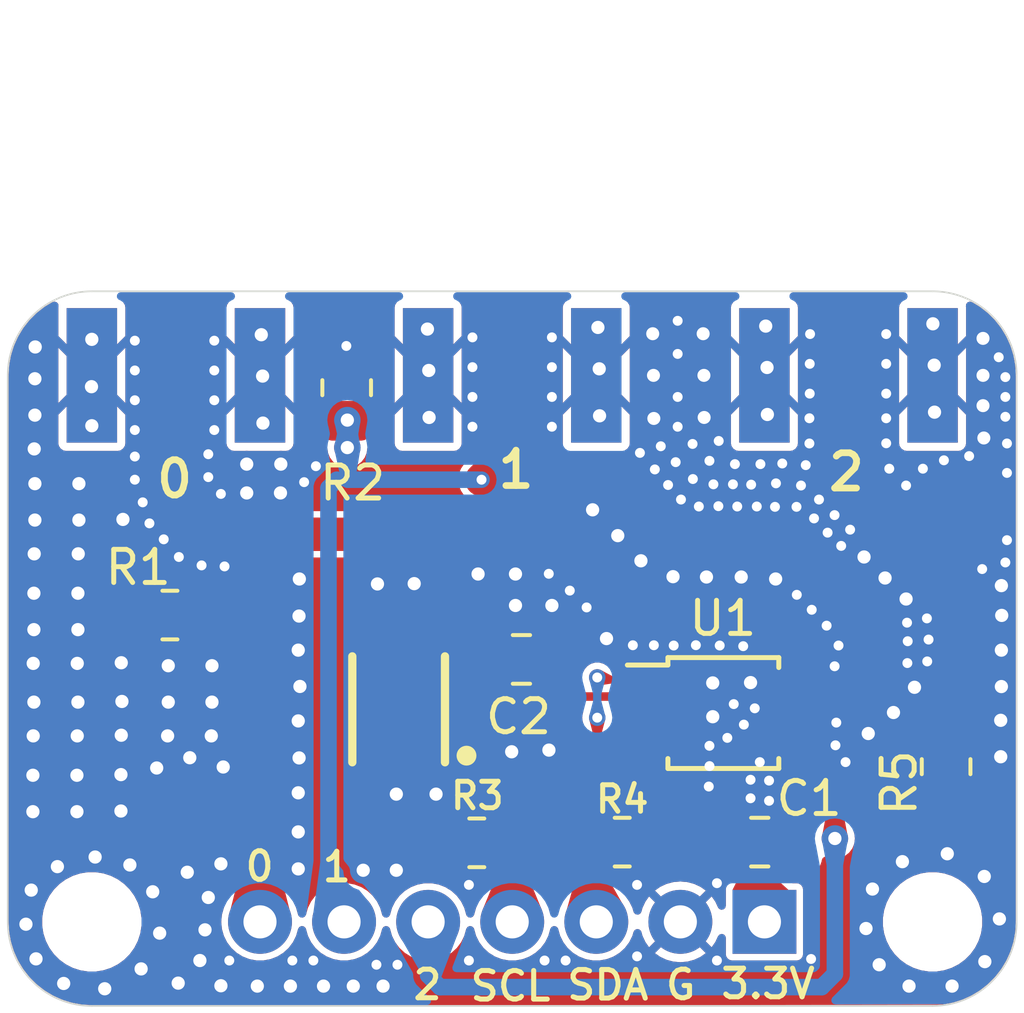
<source format=kicad_pcb>
(kicad_pcb (version 20240225) (generator "pcbnew") (generator_version "8.99")
  (layers (0 "F.Cu" signal) (31 "B.Cu" signal) (34 "B.Paste" user) (35 "F.Paste" user) (36 "B.SilkS" user "B.Silkscreen") (37 "F.SilkS" user "F.Silkscreen") (38 "B.Mask" user) (39 "F.Mask" user) (44 "Edge.Cuts" user))
  (net 0 "")
  (net 1 "Net-(U1-XA)")
  (net 2 "GND")
  (net 3 "/SDA_3V")
  (net 4 "/SCL_3V")
  (net 5 "CLK0")
  (net 6 "CLK1")
  (net 7 "CLK2")
  (net 8 "+3.3V")
  (net 9 "Net-(Y1-OUT)")
  (footprint "footprints:SMA_EDGELAUNCH_Same" (layer "F.Cu") (at 158.6611 94.7166 -90)
    (property "Reference" "X3" (hide yes))
    (property "Value" "~")
    (pad "GND@1" smd rect (at 2.032 2.54) (size 1.524 4.064) (layers "F.Cu" "F.Mask") (net 2 "GND"))
    (pad "GND@2" smd rect (at 2.032 -2.54) (size 1.524 4.064) (layers "F.Cu" "F.Mask") (net 2 "GND"))
    (pad "GND@3" smd rect (at 2.032 -2.54) (size 1.524 4.064) (layers "B.Cu" "B.Mask") (net 2 "GND"))
    (pad "GND@4" smd rect (at 2.032 2.54) (size 1.524 4.064) (layers "B.Cu" "B.Mask") (net 2 "GND"))
    (pad "P" smd rect (at 2.032 0) (size 1.27 4.064) (layers "F.Cu" "F.Mask") (net 7 "CLK2"))
  )
  (footprint "Resistor_SMD:R_0805_2012Metric_Pad1.20x1.40mm_HandSolder" (layer "F.Cu") (at 161.61 108.57 90)
    (property "Reference" "R5" (at -0.49 -1.42 90) (layer "F.SilkS"))
    (property "Value" "2.2k" (hide yes))
    (fp_line (start -0.227064 -0.735) (end 0.227064 -0.735) (stroke (width 0.12)) (layer "F.SilkS"))
    (fp_line (start -0.227064 0.735) (end 0.227064 0.735) (stroke (width 0.12)) (layer "F.SilkS"))
    (pad "1" smd roundrect (at -1 0 90) (size 1.2 1.4) (layers "F.Cu" "F.Paste" "F.Mask") (roundrect_rratio 0.2083333333) (net 2 "GND"))
    (pad "2" smd roundrect (at 1 0 90) (size 1.2 1.4) (layers "F.Cu" "F.Paste" "F.Mask") (roundrect_rratio 0.2083333333) (net 7 "CLK2"))
  )
  (footprint "Resistor_SMD:R_0805_2012Metric_Pad1.20x1.40mm_HandSolder" (layer "F.Cu") (at 143.5 97.12 -90)
    (property "Reference" "R2" (at 2.88 -0.18 180) (layer "F.SilkS"))
    (property "Value" "2.2k" (hide yes))
    (fp_line (start -0.227064 0.735) (end 0.227064 0.735) (stroke (width 0.12)) (layer "F.SilkS"))
    (fp_line (start -0.227064 -0.735) (end 0.227064 -0.735) (stroke (width 0.12)) (layer "F.SilkS"))
    (pad "1" smd roundrect (at -1 0 270) (size 1.2 1.4) (layers "F.Cu" "F.Paste" "F.Mask") (roundrect_rratio 0.2083333333) (net 2 "GND"))
    (pad "2" smd roundrect (at 1 0 270) (size 1.2 1.4) (layers "F.Cu" "F.Paste" "F.Mask") (roundrect_rratio 0.2083333333) (net 6 "CLK1"))
  )
  (footprint "Fiducial:Fiducial_1mm_Mask2mm" (layer "F.Cu") (at 138.81 109.99 180)
    (property "Reference" "FID2" (hide yes))
    (property "Value" "~" (hide yes))
    (pad "" smd circle (at 0 0 180) (size 1 1) (layers "F.Cu" "F.Mask") (clearance 0.5))
  )
  (footprint "Resistor_SMD:R_0805_2012Metric_Pad1.20x1.40mm_HandSolder" (layer "F.Cu") (at 138.16 103.99)
    (property "Reference" "R1" (at -0.96 -1.44 0) (layer "F.SilkS"))
    (property "Value" "2.2k" (hide yes))
    (fp_line (start -0.227064 -0.735) (end 0.227064 -0.735) (stroke (width 0.12)) (layer "F.SilkS"))
    (fp_line (start -0.227064 0.735) (end 0.227064 0.735) (stroke (width 0.12)) (layer "F.SilkS"))
    (pad "1" smd roundrect (at -1 0) (size 1.2 1.4) (layers "F.Cu" "F.Paste" "F.Mask") (roundrect_rratio 0.2083333333) (net 2 "GND"))
    (pad "2" smd roundrect (at 1 0) (size 1.2 1.4) (layers "F.Cu" "F.Paste" "F.Mask") (roundrect_rratio 0.2083333333) (net 5 "CLK0"))
  )
  (footprint "Resistor_SMD:R_0805_2012Metric_Pad1.20x1.40mm_HandSolder" (layer "F.Cu") (at 151.825 110.85)
    (property "Reference" "R4" (at 0 -1.296 0) (layer "F.SilkS") (effects (font (size 0.8 0.8))))
    (property "Value" "1k" (hide yes))
    (fp_line (start -0.227064 -0.735) (end 0.227064 -0.735) (stroke (width 0.12)) (layer "F.SilkS"))
    (fp_line (start -0.227064 0.735) (end 0.227064 0.735) (stroke (width 0.12)) (layer "F.SilkS"))
    (pad "1" smd roundrect (at -1 0) (size 1.2 1.4) (layers "F.Cu" "F.Paste" "F.Mask") (roundrect_rratio 0.2083333333) (net 3 "/SDA_3V"))
    (pad "2" smd roundrect (at 1 0) (size 1.2 1.4) (layers "F.Cu" "F.Paste" "F.Mask") (roundrect_rratio 0.2083333333) (net 8 "+3.3V"))
  )
  (footprint "MountingHole:MountingHole_2.5mm" (layer "F.Cu") (at 161.2011 113.2586 180)
    (property "Reference" "H2" (hide yes))
    (property "Value" "MOUNTINGHOLE2.5" (hide yes))
    (pad "" np_thru_hole circle (at 0 0 180) (size 2.5 2.5) (drill 2.5) (layers "*.Cu" "*.Mask"))
  )
  (footprint "MountingHole:MountingHole_2.5mm" (layer "F.Cu") (at 135.8011 113.2586 180)
    (property "Reference" "H1" (hide yes))
    (property "Value" "MOUNTINGHOLE2.5" (hide yes))
    (pad "" np_thru_hole circle (at 0 0 180) (size 2.5 2.5) (drill 2.5) (layers "*.Cu" "*.Mask"))
  )
  (footprint "footprints:SMA_EDGELAUNCH_Same" (layer "F.Cu") (at 148.5011 94.7166 -90)
    (property "Reference" "X2" (hide yes))
    (property "Value" "~")
    (pad "GND@1" smd rect (at 2.032 2.54) (size 1.524 4.064) (layers "F.Cu" "F.Mask") (net 2 "GND"))
    (pad "GND@2" smd rect (at 2.032 -2.54) (size 1.524 4.064) (layers "F.Cu" "F.Mask") (net 2 "GND"))
    (pad "GND@3" smd rect (at 2.032 -2.54) (size 1.524 4.064) (layers "B.Cu" "B.Mask") (net 2 "GND"))
    (pad "GND@4" smd rect (at 2.032 2.54) (size 1.524 4.064) (layers "B.Cu" "B.Mask") (net 2 "GND"))
    (pad "P" smd rect (at 2.032 0) (size 1.27 4.064) (layers "F.Cu" "F.Mask") (net 6 "CLK1"))
  )
  (footprint "Resistor_SMD:R_0805_2012Metric_Pad1.20x1.40mm_HandSolder" (layer "F.Cu") (at 147.431 110.871 180)
    (property "Reference" "R3" (at -0.016 1.4224 180) (layer "F.SilkS") (effects (font (size 0.8 0.8))))
    (property "Value" "1k" (hide yes))
    (fp_line (start -0.227064 0.735) (end 0.227064 0.735) (stroke (width 0.12)) (layer "F.SilkS"))
    (fp_line (start -0.227064 -0.735) (end 0.227064 -0.735) (stroke (width 0.12)) (layer "F.SilkS"))
    (pad "1" smd roundrect (at -1 0 180) (size 1.2 1.4) (layers "F.Cu" "F.Paste" "F.Mask") (roundrect_rratio 0.2083333333) (net 4 "/SCL_3V"))
    (pad "2" smd roundrect (at 1 0 180) (size 1.2 1.4) (layers "F.Cu" "F.Paste" "F.Mask") (roundrect_rratio 0.2083333333) (net 8 "+3.3V"))
  )
  (footprint "Adafruit Si5351A:1X07_ROUND_76" (layer "F.Cu") (at 148.5011 113.2586 180)
    (property "Reference" "JP1" (hide yes))
    (property "Value" "~")
    (pad "1" thru_hole rect (at -7.62 0 270) (size 1.9304 1.9304) (drill 1) (layers "*.Cu" "*.Mask") (net 8 "+3.3V"))
    (pad "2" thru_hole circle (at -5.08 0 270) (size 1.9304 1.9304) (drill 1) (layers "*.Cu" "*.Mask") (net 2 "GND"))
    (pad "3" thru_hole circle (at -2.54 0 270) (size 1.9304 1.9304) (drill 1) (layers "*.Cu" "*.Mask") (net 3 "/SDA_3V"))
    (pad "4" thru_hole circle (at 0 0 270) (size 1.9304 1.9304) (drill 1) (layers "*.Cu" "*.Mask") (net 4 "/SCL_3V"))
    (pad "5" thru_hole circle (at 2.54 0 270) (size 1.9304 1.9304) (drill 1) (layers "*.Cu" "*.Mask") (net 7 "CLK2"))
    (pad "6" thru_hole circle (at 5.08 0 270) (size 1.9304 1.9304) (drill 1) (layers "*.Cu" "*.Mask") (net 6 "CLK1"))
    (pad "7" thru_hole circle (at 7.62 0 270) (size 1.9304 1.9304) (drill 1) (layers "*.Cu" "*.Mask") (net 5 "CLK0"))
  )
  (footprint "Capacitor_SMD:C_0805_2012Metric_Pad1.18x1.45mm_HandSolder" (layer "F.Cu") (at 155.98 110.85)
    (property "Reference" "C1" (at 1.49 -1.32 180) (layer "F.SilkS"))
    (property "Value" "100nF" (hide yes))
    (fp_line (start -0.261252 -0.735) (end 0.261252 -0.735) (stroke (width 0.12)) (layer "F.SilkS"))
    (fp_line (start -0.261252 0.735) (end 0.261252 0.735) (stroke (width 0.12)) (layer "F.SilkS"))
    (pad "1" smd roundrect (at -1.0375 0) (size 1.175 1.45) (layers "F.Cu" "F.Paste" "F.Mask") (roundrect_rratio 0.2127659574) (net 8 "+3.3V"))
    (pad "2" smd roundrect (at 1.0375 0) (size 1.175 1.45) (layers "F.Cu" "F.Paste" "F.Mask") (roundrect_rratio 0.2127659574) (net 2 "GND"))
  )
  (footprint "footprints:OSC-SMD_4P-L3.2-W2.5-BL_1XTV" (layer "F.Cu") (at 145.07 106.8375 90)
    (property "Reference" "Y1" (hide yes))
    (property "Value" "OSCILLATOR")
    (fp_line (start -1.6 -1.4) (end 1.6 -1.4) (stroke (width 0.25)) (layer "F.SilkS"))
    (fp_line (start -1.6 1.4) (end 1.6 1.4) (stroke (width 0.25)) (layer "F.SilkS"))
    (fp_arc (start -1.4 2.05) (mid -1.4 2.05) (end -1.4 2.05) (stroke (width 0.3)) (layer "F.SilkS"))
    (pad "1" smd rect (at -1.51 0.7 270) (size 0.8 1) (layers "F.Cu" "F.Paste" "F.Mask") (net 2 "GND"))
    (pad "2" smd rect (at 1.51 0.7 270) (size 0.8 1) (layers "F.Cu" "F.Paste" "F.Mask") (net 2 "GND"))
    (pad "3" smd rect (at 1.51 -0.7 270) (size 0.8 1) (layers "F.Cu" "F.Paste" "F.Mask") (net 9 "Net-(Y1-OUT)"))
    (pad "4" smd rect (at -1.51 -0.7 270) (size 0.8 1) (layers "F.Cu" "F.Paste" "F.Mask") (net 8 "+3.3V"))
  )
  (footprint "footprints:SMA_EDGELAUNCH_Same" (layer "F.Cu") (at 138.3411 94.7166 -90)
    (property "Reference" "X1" (hide yes))
    (property "Value" "~")
    (pad "GND@1" smd rect (at 2.032 2.54) (size 1.524 4.064) (layers "F.Cu" "F.Mask") (net 2 "GND"))
    (pad "GND@2" smd rect (at 2.032 -2.54) (size 1.524 4.064) (layers "F.Cu" "F.Mask") (net 2 "GND"))
    (pad "GND@3" smd rect (at 2.032 -2.54) (size 1.524 4.064) (layers "B.Cu" "B.Mask") (net 2 "GND"))
    (pad "GND@4" smd rect (at 2.032 2.54) (size 1.524 4.064) (layers "B.Cu" "B.Mask") (net 2 "GND"))
    (pad "P" smd rect (at 2.032 0) (size 1.27 4.064) (layers "F.Cu" "F.Mask") (net 5 "CLK0"))
  )
  (footprint "Capacitor_SMD:C_0805_2012Metric" (layer "F.Cu") (at 148.78 105.33)
    (property "Reference" "C2" (at -0.088 1.73 0) (layer "F.SilkS"))
    (property "Value" "100nF" (hide yes))
    (fp_line (start -0.261252 -0.735) (end 0.261252 -0.735) (stroke (width 0.12)) (layer "F.SilkS"))
    (fp_line (start -0.261252 0.735) (end 0.261252 0.735) (stroke (width 0.12)) (layer "F.SilkS"))
    (pad "1" smd roundrect (at -0.95 0) (size 1 1.45) (layers "F.Cu" "F.Paste" "F.Mask") (net 9 "Net-(Y1-OUT)"))
    (pad "2" smd roundrect (at 0.95 0) (size 1 1.45) (layers "F.Cu" "F.Paste" "F.Mask") (net 1 "Net-(U1-XA)"))
  )
  (footprint "Fiducial:Fiducial_1mm_Mask2mm" (layer "F.Cu") (at 162.32 100.71)
    (property "Reference" "FID1" (hide yes))
    (property "Value" "~" (hide yes))
    (pad "" smd circle (at 0 0) (size 1 1) (layers "F.Cu" "F.Mask") (clearance 0.5))
  )
  (footprint "Package_SO:MSOP-10_3x3mm_P0.5mm" (layer "F.Cu") (at 154.88 106.95)
    (property "Reference" "U1" (at -0.0162 -2.8608 180) (layer "F.SilkS"))
    (property "Value" "SI5351A" (hide yes))
    (fp_line (start -1.675 -1.675) (end -1.675 -1.45) (stroke (width 0.15)) (layer "F.SilkS"))
    (fp_line (start -1.675 -1.675) (end 1.675 -1.675) (stroke (width 0.15)) (layer "F.SilkS"))
    (fp_line (start -1.675 -1.45) (end -2.9 -1.45) (stroke (width 0.15)) (layer "F.SilkS"))
    (fp_line (start -1.675 1.675) (end -1.675 1.375) (stroke (width 0.15)) (layer "F.SilkS"))
    (fp_line (start -1.675 1.675) (end 1.675 1.675) (stroke (width 0.15)) (layer "F.SilkS"))
    (fp_line (start 1.675 -1.675) (end 1.675 -1.375) (stroke (width 0.15)) (layer "F.SilkS"))
    (fp_line (start 1.675 1.675) (end 1.675 1.375) (stroke (width 0.15)) (layer "F.SilkS"))
    (pad "1" smd rect (at -2.2 -1) (size 1.4 0.3) (layers "F.Cu" "F.Paste" "F.Mask") (net 8 "+3.3V"))
    (pad "2" smd rect (at -2.2 -0.5) (size 1.4 0.3) (layers "F.Cu" "F.Paste" "F.Mask") (net 1 "Net-(U1-XA)"))
    (pad "3" smd rect (at -2.2 0) (size 1.4 0.3) (layers "F.Cu" "F.Paste" "F.Mask"))
    (pad "4" smd rect (at -2.2 0.5) (size 1.4 0.3) (layers "F.Cu" "F.Paste" "F.Mask") (net 4 "/SCL_3V"))
    (pad "5" smd rect (at -2.2 1) (size 1.4 0.3) (layers "F.Cu" "F.Paste" "F.Mask") (net 3 "/SDA_3V"))
    (pad "6" smd rect (at 2.2 1) (size 1.4 0.3) (layers "F.Cu" "F.Paste" "F.Mask") (net 7 "CLK2"))
    (pad "7" smd rect (at 2.2 0.5) (size 1.4 0.3) (layers "F.Cu" "F.Paste" "F.Mask") (net 8 "+3.3V"))
    (pad "8" smd rect (at 2.2 0) (size 1.4 0.3) (layers "F.Cu" "F.Paste" "F.Mask") (net 2 "GND"))
    (pad "9" smd rect (at 2.2 -0.5) (size 1.4 0.3) (layers "F.Cu" "F.Paste" "F.Mask") (net 6 "CLK1"))
    (pad "10" smd rect (at 2.2 -1) (size 1.4 0.3) (layers "F.Cu" "F.Paste" "F.Mask") (net 5 "CLK0"))
  )
  (gr_arc (start 161.2011 94.2086) (mid 162.997151 94.952549) (end 163.7411 96.7486) (stroke (width 0.05)) (layer "Edge.Cuts"))
  (gr_line (start 133.2611 113.2586) (end 133.2611 96.7486) (stroke (width 0.05)) (layer "Edge.Cuts"))
  (gr_line (start 161.2011 115.7986) (end 135.8011 115.7986) (stroke (width 0.05)) (layer "Edge.Cuts"))
  (gr_arc (start 135.8011 115.7986) (mid 134.005049 115.054651) (end 133.2611 113.2586) (stroke (width 0.05)) (layer "Edge.Cuts"))
  (gr_line (start 163.7411 96.7486) (end 163.7411 113.2586) (stroke (width 0.05)) (layer "Edge.Cuts"))
  (gr_arc (start 133.2611 96.7486) (mid 134.005049 94.952549) (end 135.8011 94.2086) (stroke (width 0.05)) (layer "Edge.Cuts"))
  (gr_line (start 135.8011 94.2086) (end 161.2011 94.2086) (stroke (width 0.05)) (layer "Edge.Cuts"))
  (gr_arc (start 163.7411 113.2586) (mid 162.997151 115.054651) (end 161.2011 115.7986) (stroke (width 0.05)) (layer "Edge.Cuts"))
  (gr_text "1" (at 148.6154 99.5934 0) (layer "F.SilkS") (effects (font (size 1.0668 1.0668) (thickness 0.2032))))
  (gr_text "G" (at 153.59 115.16 0) (layer "F.SilkS") (effects (font (size 0.8636 0.8636) (thickness 0.1524))))
  (gr_text "0" (at 140.8684 111.5822 0) (layer "F.SilkS") (effects (font (size 0.8636 0.8636) (thickness 0.1524))))
  (gr_text "SCL" (at 148.45 115.2 0) (layer "F.SilkS") (effects (font (size 0.8636 0.8636) (thickness 0.1524))))
  (gr_text "2" (at 145.94 115.16 0) (layer "F.SilkS") (effects (font (size 0.8636 0.8636) (thickness 0.1524))))
  (gr_text "SDA" (at 151.39 115.17 0) (layer "F.SilkS") (effects (font (size 0.8636 0.8636) (thickness 0.1524))))
  (gr_text "1" (at 143.2 111.6 0) (layer "F.SilkS") (effects (font (size 0.8636 0.8636) (thickness 0.1524))))
  (gr_text "3.3V" (at 156.23 115.13 0) (layer "F.SilkS") (effects (font (size 0.8636 0.8636) (thickness 0.1524))))
  (gr_text "2" (at 158.5976 99.6696 0) (layer "F.SilkS") (effects (font (size 1.0668 1.0668) (thickness 0.2032))))
  (gr_text "0" (at 138.3 99.88 0) (layer "F.SilkS") (effects (font (size 1.0668 1.0668) (thickness 0.2032))))
  (segment (start 149.73 106.35) (end 149.8325 106.4525) (width 0.254) (layer "F.Cu") (net 1))
  (segment (start 149.73 105.33) (end 149.73 106.35) (width 0.254) (layer "F.Cu") (net 1))
  (segment (start 149.8325 106.4525) (end 152.6775 106.4525) (width 0.254) (layer "F.Cu") (net 1))
  (segment (start 152.68 106.45) (end 150.0605 106.45) (width 0.25) (layer "F.Cu") (net 1))
  (segment (start 145.79 109.4) (end 145.77 109.38) (width 0.5) (layer "F.Cu") (net 2))
  (segment (start 145.77 109.38) (end 145.77 108.3475) (width 0.5) (layer "F.Cu") (net 2))
  (segment (start 146.02 105.6875) (end 146.02 108.0975) (width 0.25) (layer "F.Cu") (net 2))
  (segment (start 145.79 109.4) (end 145 109.4) (width 0.5) (layer "F.Cu") (net 2))
  (segment (start 146.2 109.4) (end 145.79 109.4) (width 0.5) (layer "F.Cu") (net 2))
  (via (at 143.7 115.2) (size 0.8) (drill 0.4) (layers "F.Cu" "B.Cu") (net 2))
  (via (at 163.4 98) (size 0.5) (drill 0.3) (layers "F.Cu" "B.Cu") (net 2))
  (via (at 145.94 95.35) (size 0.8) (drill 0.4) (layers "F.Cu" "B.Cu") (net 2))
  (via (at 145 109.4) (size 0.8) (drill 0.4) (layers "F.Cu" "B.Cu") (net 2))
  (via (at 159.893 99.568) (size 0.5) (drill 0.3) (layers "F.Cu" "B.Cu") (net 2))
  (via (at 143.49 95.86) (size 0.5) (drill 0.3) (layers "F.Cu" "B.Cu") (net 2))
  (via (at 136.68 109.91) (size 0.8) (drill 0.4) (layers "F.Cu" "B.Cu") (net 2))
  (via (at 160.29 111.44) (size 0.8) (drill 0.4) (layers "F.Cu" "B.Cu") (net 2))
  (via (at 158.242 105.537) (size 0.5) (drill 0.3) (layers "F.Cu" "B.Cu") (net 2))
  (via (at 134.114168 114.376541) (size 0.8) (drill 0.4) (layers "F.Cu" "B.Cu") (net 2))
  (via (at 161.26 97.86) (size 0.8) (drill 0.4) (layers "F.Cu" "B.Cu") (net 2))
  (via (at 134.05 103.33) (size 0.8) (drill 0.4) (layers "F.Cu" "B.Cu") (net 2))
  (via (at 162.306 99.187) (size 0.5) (drill 0.3) (layers "F.Cu" "B.Cu") (net 2))
  (via (at 142.06 104.02) (size 0.8) (drill 0.4) (layers "F.Cu" "B.Cu") (net 2))
  (via (at 157.62 101.07) (size 0.5) (drill 0.3) (layers "F.Cu" "B.Cu") (net 2))
  (via (at 155.3 100.71) (size 0.5) (drill 0.3) (layers "F.Cu" "B.Cu") (net 2))
  (via (at 163.4 96.8) (size 0.5) (drill 0.3) (layers "F.Cu" "B.Cu") (net 2))
  (via (at 138.11 106.62) (size 0.8) (drill 0.4) (layers "F.Cu" "B.Cu") (net 2))
  (via (at 157.48 98.806) (size 0.5) (drill 0.3) (layers "F.Cu" "B.Cu") (net 2))
  (via (at 141.859 114.427) (size 0.5) (drill 0.3) (layers "F.Cu" "B.Cu") (net 2))
  (via (at 137.1 96.6) (size 0.5) (drill 0.3) (layers "F.Cu" "B.Cu") (net 2))
  (via (at 163.28 106.15) (size 0.8) (drill 0.4) (layers "F.Cu" "B.Cu") (net 2))
  (via (at 160.45 104.78) (size 0.5) (drill 0.3) (layers "F.Cu" "B.Cu") (net 2))
  (via (at 154.14 100.71) (size 0.5) (drill 0.3) (layers "F.Cu" "B.Cu") (net 2))
  (via (at 158.71 101.41) (size 0.5) (drill 0.3) (layers "F.Cu" "B.Cu") (net 2))
  (via (at 139.1158 102.489) (size 0.5) (drill 0.3) (layers "F.Cu" "B.Cu") (net 2))
  (via (at 156 99.43) (size 0.5) (drill 0.3) (layers "F.Cu" "B.Cu") (net 2))
  (via (at 147.193 114.427) (size 0.5) (drill 0.3) (layers "F.Cu" "B.Cu") (net 2))
  (via (at 138.43 102.235) (size 0.5) (drill 0.3) (layers "F.Cu" "B.Cu") (net 2))
  (via (at 153.5 97.4) (size 0.5) (drill 0.3) (layers "F.Cu" "B.Cu") (net 2))
  (via (at 160.909 99.568) (size 0.5) (drill 0.3) (layers "F.Cu" "B.Cu") (net 2))
  (via (at 160.401 100.076) (size 0.5) (drill 0.3) (layers "F.Cu" "B.Cu") (net 2))
  (via (at 153.6 100.5) (size 0.5) (drill 0.3) (layers "F.Cu" "B.Cu") (net 2))
  (via (at 157.49 97.3) (size 0.5) (drill 0.3) (layers "F.Cu" "B.Cu") (net 2))
  (via (at 145.54 103.04) (size 0.8) (drill 0.4) (layers "F.Cu" "B.Cu") (net 2))
  (via (at 151.69 101.59) (size 0.8) (drill 0.4) (layers "F.Cu" "B.Cu") (net 2))
  (via (at 156.16 95.26) (size 0.8) (drill 0.4) (layers "F.Cu" "B.Cu") (net 2))
  (via (at 156.47 100.01) (size 0.5) (drill 0.3) (layers "F.Cu" "B.Cu") (net 2))
  (via (at 137.76 108.61) (size 0.8) (drill 0.4) (layers "F.Cu" "B.Cu") (net 2))
  (via (at 163.2 96.2) (size 0.5) (drill 0.3) (layers "F.Cu" "B.Cu") (net 2))
  (via (at 161.21 95.19) (size 0.8) (drill 0.4) (layers "F.Cu" "B.Cu") (net 2))
  (via (at 151.09 95.3) (size 0.8) (drill 0.4) (layers "F.Cu" "B.Cu") (net 2))
  (via (at 151.14 97.97) (size 0.8) (drill 0.4) (layers "F.Cu" "B.Cu") (net 2))
  (via (at 155 107.7) (size 0.5) (drill 0.3) (layers "F.Cu" "B.Cu") (net 2))
  (via (at 147.3 95.6) (size 0.5) (drill 0.3) (layers "F.Cu" "B.Cu") (net 2))
  (via (at 155.829 106.807) (size 0.5) (drill 0.3) (layers "F.Cu" "B.Cu") (net 2))
  (via (at 154.461786 108.552562) (size 0.5) (drill 0.3) (layers "F.Cu" "B.Cu") (net 2))
  (via (at 153.36 102.83) (size 0.8) (drill 0.4) (layers "F.Cu" "B.Cu") (net 2))
  (via (at 152.146 104.902) (size 0.5) (drill 0.3) (layers "F.Cu" "B.Cu") (net 2))
  (via (at 136.69 107.62) (size 0.8) (drill 0.4) (layers "F.Cu" "B.Cu") (net 2))
  (via (at 155.702 109.5248) (size 0.5) (drill 0.3) (layers "F.Cu" "B.Cu") (net 2))
  (via (at 150.114 114.427) (size 0.5) (drill 0.3) (layers "F.Cu" "B.Cu") (net 2))
  (via (at 142.0876 106.1466) (size 0.8) (drill 0.4) (layers "F.Cu" "B.Cu") (net 2))
  (via (at 142.0368 110.5408) (size 0.8) (drill 0.4) (layers "F.Cu" "B.Cu") (net 2))
  (via (at 134.95 115.12) (size 0.8) (drill 0.4) (layers "F.Cu" "B.Cu") (net 2))
  (via (at 154.2931 96.7486) (size 0.8001) (drill 0.3937) (layers "F.Cu" "B.Cu") (net 2))
  (via (at 149.61 108.07) (size 0.8) (drill 0.4) (layers "F.Cu" "B.Cu") (net 2))
  (via (at 153.5 96.1) (size 0.5) (drill 0.3) (layers "F.Cu" "B.Cu") (net 2))
  (via (at 137.541 101.219) (size 0.5) (drill 0.3) (layers "F.Cu" "B.Cu") (net 2))
  (via (at 142.07 102.9) (size 0.8) (drill 0.4) (layers "F.Cu" "B.Cu") (net 2))
  (via (at 155.702 106.03) (size 0.8) (drill 0.4) (layers "F.Cu" "B.Cu") (net 2))
  (via (at 144.43 103.05) (size 0.8) (drill 0.4) (layers "F.Cu" "B.Cu") (net 2))
  (via (at 149.7 95.6) (size 0.5) (drill 0.3) (layers "F.Cu" "B.Cu") (net 2))
  (via (at 135.38 106.62) (size 0.8) (drill 0.4) (layers "F.Cu" "B.Cu") (net 2))
  (via (at 161.544 99.314) (size 0.5) (drill 0.3) (layers "F.Cu" "B.Cu") (net 2))
  (via (at 142.0368 105.05) (size 0.8) (drill 0.4) (layers "F.Cu" "B.Cu") (net 2))
  (via (at 152.273 112.141) (size 0.5) (drill 0.3) (layers "F.Cu" "B.Cu") (net 2))
  (via (at 144.399 114.554) (size 0.5) (drill 0.3) (layers "F.Cu" "B.Cu") (net 2))
  (via (at 160.401 103.505) (size 0.8) (drill 0.4) (layers "F.Cu" "B.Cu") (net 2))
  (via (at 135.35 108.83) (size 0.8) (drill 0.4) (layers "F.Cu" "B.Cu") (net 2))
  (via (at 154.27 95.49) (size 0.8001) (drill 0.3937) (layers "F.Cu" "B.Cu") (net 2))
  (via (at 134.08 96.85) (size 0.8) (drill 0.4) (layers "F.Cu" "B.Cu") (net 2))
  (via (at 147.47 102.75) (size 0.8) (drill 0.4) (layers "F.Cu" "B.Cu") (net 2))
  (via (at 142.0368 107.188) (size 0.8) (drill 0.4) (layers "F.Cu" "B.Cu") (net 2))
  (via (at 149.606 102.743) (size 0.5) (drill 0.3) (layers "F.Cu" "B.Cu") (net 2))
  (via (at 144 111.7) (size 0.8) (drill 0.4) (layers "F.Cu" "B.Cu") (net 2))
  (via (at 138.11 105.52) (size 0.8) (drill 0.4) (layers "F.Cu" "B.Cu") (net 2))
  (via (at 139.5 98.4) (size 0.5) (drill 0.3) (layers "F.Cu" "B.Cu") (net 2))
  (via (at 135.38 103.33) (size 0.8) (drill 0.4) (layers "F.Cu" "B.Cu") (net 2))
  (via (at 139.5 97.5) (size 0.5) (drill 0.3) (layers "F.Cu" "B.Cu") (net 2))
  (via (at 139.319 112.522) (size 0.8) (drill 0.4) (layers "F.Cu" "B.Cu") (net 2))
  (via (at 147.3 97.4) (size 0.5) (drill 0.3) (layers "F.Cu" "B.Cu") (net 2))
  (via (at 152.39 102.35) (size 0.8) (drill 0.4) (layers "F.Cu" "B.Cu") (net 2))
  (via (at 159.131 102.235) (size 0.8) (drill 0.4) (layers "F.Cu" "B.Cu") (net 2))
  (via (at 153.38 104.91) (size 0.5) (drill 0.3) (layers "F.Cu" "B.Cu") (net 2))
  (via (at 135.39 102.14) (size 0.8) (drill 0.4) (layers "F.Cu" "B.Cu") (net 2))
  (via (at 139.319 99.13) (size 0.5) (drill 0.3) (layers "F.Cu" "B.Cu") (net 2))
  (via (at 154.74 98.73) (size 0.5) (drill 0.3) (layers "F.Cu" "B.Cu") (net 2))
  (via (at 134.05 104.43) (size 0.8) (drill 0.4) (layers "F.Cu" "B.Cu") (net 2))
  (via (at 135.41 101.12) (size 0.8) (drill 0.4) (layers "F.Cu" "B.Cu") (net 2))
  (via (at 154.73 100.7) (size 0.5) (drill 0.3) (layers "F.Cu" "B.Cu") (net 2))
  (via (at 158.44 101.9) (size 0.5) (drill 0.3) (layers "F.Cu" "B.Cu") (net 2))
  (via (at 154.44 109.17) (size 0.5) (drill 0.3) (layers "F.Cu" "B.Cu") (net 2))
  (via (at 136.95 111.54) (size 0.8) (drill 0.4) (layers "F.Cu" "B.Cu") (net 2))
  (via (at 158 104.31) (size 0.5) (drill 0.3) (layers "F.Cu" "B.Cu") (net 2))
  (via (at 156.2 96.51) (size 0.8) (drill 0.4) (layers "F.Cu" "B.Cu") (net 2))
  (via (at 139.065 114.427) (size 0.8) (drill 0.4) (layers "F.Cu" "B.Cu") (net 2))
  (via (at 158.24 100.97) (size 0.5) (drill 0.3) (layers "F.Cu" "B.Cu") (net 2))
  (via (at 156.46 102.9) (size 0.8) (drill 0.4) (layers "F.Cu" "B.Cu") (net 2))
  (via (at 145 111.7) (size 0.8) (drill 0.4) (layers "F.Cu" "B.Cu") (net 2))
  (via (at 154.37 102.84) (size 0.8) (drill 0.4) (layers "F.Cu" "B.Cu") (net 2))
  (via (at 135.8 95.66) (size 0.8) (drill 0.4) (layers "F.Cu" "B.Cu") (net 2))
  (via (at 141.5 100.3) (size 0.8) (drill 0.4) (layers "F.Cu" "B.Cu") (net 2))
  (via (at 138.09 107.64) (size 0.8) (drill 0.4) (layers "F.Cu" "B.Cu") (net 2))
  (via (at 157.5308 114.38) (size 0.5) (drill 0.3) (layers "F.Cu" "B.Cu") (net 2))
  (via (at 154.559 106.04) (size 0.8) (drill 0.4) (layers "F.Cu" "B.Cu") (net 2))
  (via (at 154.05 104.9) (size 0.5) (drill 0.3) (layers "F.Cu" "B.Cu") (net 2))
  (via (at 155.9814 108.4326) (size 0.5) (drill 0.3) (layers "F.Cu" "B.Cu") (net 2))
  (via (at 155.23 99.43) (size 0.5) (drill 0.3) (layers "F.Cu" "B.Cu") (net 2))
  (via (at 134.02 108.83) (size 0.8) (drill 0.4) (layers "F.Cu" "B.Cu") (net 2))
  (via (at 155.17 100.04) (size 0.5) (drill 0.3) (layers "F.Cu" "B.Cu") (net 2))
  (via (at 152.78 98.05) (size 0.8001) (drill 0.3937) (layers "F.Cu" "B.Cu") (net 2))
  (via (at 160.43 104.22) (size 0.5) (drill 0.3) (layers "F.Cu" "B.Cu") (net 2))
  (via (at 142.8 115.2) (size 0.8) (drill 0.4) (layers "F.Cu" "B.Cu") (net 2))
  (via (at 159.5882 114.554) (size 0.8) (drill 0.4) (layers "F.Cu" "B.Cu") (net 2))
  (via (at 155.194 106.68) (size 0.5) (drill 0.3) (layers "F.Cu" "B.Cu") (net 2))
  (via (at 134.03 107.64) (size 0.8) (drill 0.4) (layers "F.Cu" "B.Cu") (net 2))
  (via (at 156.21 97.93) (size 0.8) (drill 0.4) (layers "F.Cu" "B.Cu") (net 2))
  (via (at 161.79 115.2) (size 0.8) (drill 0.4) (layers "F.Cu" "B.Cu") (net 2))
  (via (at 158.36 104.91) (size 0.5) (drill 0.3) (layers "F.Cu" "B.Cu") (net 2))
  (via (at 140.48 99.43) (size 0.8) (drill 0.4) (layers "F.Cu" "B.Cu") (net 2))
  (via (at 155.42 102.84) (size 0.8) (drill 0.4) (layers "F.Cu" "B.Cu") (net 2))
  (via (at 133.81 113.33) (size 0.8) (drill 0.4) (layers "F.Cu" "B.Cu") (net 2))
  (via (at 151.13 96.55) (size 0.8) (drill 0.4) (layers "F.Cu" "B.Cu") (net 2))
  (via (at 134.08 101.12) (size 0.8) (drill 0.4) (layers "F.Cu" "B.Cu") (net 2))
  (via (at 139.7 100.33) (size 0.5) (drill 0.3) (layers "F.Cu" "B.Cu") (net 2))
  (via (at 139.81 102.52) (size 0.5) (drill 0.3) (layers "F.Cu" "B.Cu") (net 2))
  (via (at 142.2146 99.9744) (size 0.5) (drill 0.3) (layers "F.Cu" "B.Cu") (net 2))
  (via (at 153.95 98.82) (size 0.5) (drill 0.3) (layers "F.Cu" "B.Cu") (net 2))
  (via (at 135.9 111.3) (size 0.8) (drill 0.4) (layers "F.Cu" "B.Cu") (net 2))
  (via (at 145.99 98.02) (size 0.8) (drill 0.4) (layers "F.Cu" "B.Cu") (net 2))
  (via (at 133.97 112.3) (size 0.8) (drill 0.4) (layers "F.Cu" "B.Cu") (net 2))
  (via (at 158.2928 107.2388) (size 0.5) (drill 0.3) (layers "F.Cu" "B.Cu") (net 2))
  (via (at 158.5722 108.4326) (size 0.5) (drill 0.3) (layers "F.Cu" "B.Cu") (net 2))
  (via (at 134.06 102.14) (size 0.8) (drill 0.4) (layers "F.Cu" "B.Cu") (net 2))
  (via (at 157.226 100.076) (size 0.5) (drill 0.3) (layers "F.Cu" "B.Cu") (net 2))
  (via (at 159.8 98.044) (size 0.5) (drill 0.3) (layers "F.Cu" "B.Cu") (net 2))
  (via (at 147.3 98.3) (size 0.5) (drill 0.3) (layers "F.Cu" "B.Cu") (net 2))
  (via (at 156.66 99.41) (size 0.5) (drill 0.3) (layers "F.Cu" "B.Cu") (net 2))
  (via (at 140.97 98.19) (size 0.8) (drill 0.4) (layers "F.Cu" "B.Cu") (net 2))
  (via (at 134.08 97.95) (size 0.8) (drill 0.4) (layers "F.Cu" "B.Cu") (net 2))
  (via (at 161.25 96.44) (size 0.8) (drill 0.4) (layers "F.Cu" "B.Cu") (net 2))
  (via (at 163.28 105.05) (size 0.8) (drill 0.4) (layers "F.Cu" "B.Cu") (net 2))
  (via (at 136.69 105.43) (size 0.8) (drill 0.4) (layers "F.Cu" "B.Cu") (net 2))
  (via (at 157.09 100.72) (size 0.5) (drill 0.3) (layers "F.Cu" "B.Cu") (net 2))
  (via (at 153.21 100.06) (size 0.5) (drill 0.3) (layers "F.Cu" "B.Cu") (net 2))
  (via (at 152.781 104.902) (size 0.5) (drill 0.3) (layers "F.Cu" "B.Cu") (net 2))
  (via (at 140.92 95.52) (size 0.8) (drill 0.4) (layers "F.Cu" "B.Cu") (net 2))
  (via (at 159.8 97.3) (size 0.5) (drill 0.3) (layers "F.Cu" "B.Cu") (net 2))
  (via (at 162.7251 97.663) (size 0.8001) (drill 0.3937) (layers "F.Cu" "B.Cu") (net 2))
  (via (at 160.49 115.2) (size 0.8) (drill 0.4) (layers "F.Cu" "B.Cu") (net 2))
  (via (at 139.954 114.427) (size 0.5) (drill 0.3) (layers "F.Cu" "B.Cu") (net 2))
  (via (at 159.19 113.46) (size 0.8) (drill 0.4) (layers "F.Cu" "B.Cu") (net 2))
  (via (at 153.96 99.88) (size 0.5) (drill 0.3) (layers "F.Cu" "B.Cu") (net 2))
  (via (at 159.385 112.268) (size 0.8) (drill 0.4) (layers "F.Cu" "B.Cu") (net 2))
  (via (at 139.43 106.62) (size 0.8) (drill 0.4) (layers "F.Cu" "B.Cu") (net 2))
  (via (at 163.26 107.17) (size 0.8) (drill 0.4) (layers "F.Cu" "B.Cu") (net 2))
  (via (at 150.241 103.251) (size 0.5) (drill 0.3) (layers "F.Cu" "B.Cu") (net 2))
  (via (at 142.5702 99.4918) (size 0.5) (drill 0.3) (layers "F.Cu" "B.Cu") (net 2))
  (via (at 159.258 107.569) (size 0.8) (drill 0.4) (layers "F.Cu" "B.Cu") (net 2))
  (via (at 139.41 107.64) (size 0.8) (drill 0.4) (layers "F.Cu" "B.Cu") (net 2))
  (via (at 163.449 98.806) (size 0.5) (drill 0.3) (layers "F.Cu" "B.Cu") (net 2))
  (via (at 146.2 109.4) (size 0.8) (drill 0.4) (layers "F.Cu" "B.Cu") (net 2))
  (via (at 138.684 111.76) (size 0.8) (drill 0.4) (layers "F.Cu" "B.Cu") (net 2))
  (via (at 139.319 99.822) (size 0.5) (drill 0.3) (layers "F.Cu" "B.Cu") (net 2))
  (via (at 154.3 98.02) (size 0.8001) (drill 0.3937) (layers "F.Cu" "B.Cu") (net 2))
  (via (at 157.099 103.378) (size 0.5) (drill 0.3) (layers "F.Cu" "B.Cu") (net 2))
  (via (at 161.08 104.73) (size 0.5) (drill 0.3) (layers "F.Cu" "B.Cu") (net 2))
  (via (at 134.05 106.62) (size 0.8) (drill 0.4) (layers "F.Cu" "B.Cu") (net 2))
  (via (at 137.1 97.5) (size 0.5) (drill 0.3) (layers "F.Cu" "B.Cu") (net 2))
  (via (at 140.48 100.3) (size 0.8) (drill 0.4) (layers "F.Cu" "B.Cu") (net 2))
  (via (at 162.7251 95.631) (size 0.8001) (drill 0.3937) (layers "F.Cu" "B.Cu") (net 2))
  (via (at 149.7 97.4) (size 0.5) (drill 0.3) (layers "F.Cu" "B.Cu") (net 2))
  (via (at 150.749 103.759) (size 0.5) (drill 0.3) (layers "F.Cu" "B.Cu") (net 2))
  (via (at 158.03 101.5) (size 0.5) (drill 0.3) (layers "F.Cu" "B.Cu") (net 2))
  (via (at 155.702 108.966) (size 0.5) (drill 0.3) (layers "F.Cu" "B.Cu") (net 2))
  (via (at 134.06 98.97) (size 0.8) (drill 0.4) (layers "F.Cu" "B.Cu") (net 2))
  (via (at 142.0368 111.6584) (size 0.8) (drill 0.4) (layers "F.Cu" "B.Cu") (net 2))
  (via (at 135.8 98.27) (size 0.8) (drill 0.4) (layers "F.Cu" "B.Cu") (net 2))
  (via (at 137.9728 101.7016) (size 0.5) (drill 0.3) (layers "F.Cu" "B.Cu") (net 2))
  (via (at 157.37 99.46) (size 0.5) (drill 0.3) (layers "F.Cu" "B.Cu") (net 2))
  (via (at 163.28 103.1) (size 0.8) (drill 0.4) (layers "F.Cu" "B.Cu") (net 2))
  (via (at 134.09 95.89) (size 0.8) (drill 0.4) (layers "F.Cu" "B.Cu") (net 2))
  (via (at 139.5 95.7) (size 0.5) (drill 0.3) (layers "F.Cu" "B.Cu") (net 2))
  (via (at 136.71 106.6) (size 0.8) (drill 0.4) (layers "F.Cu" "B.Cu") (net 2))
  (via (at 162.7632 111.887) (size 0.8) (drill 0.4) (layers "F.Cu" "B.Cu") (net 2))
  (via (at 152.746 95.49) (size 0.8001) (drill 0.3937) (layers "F.Cu" "B.Cu") (net 2))
  (via (at 139.43 105.52) (size 0.8) (drill 0.4) (layers "F.Cu" "B.Cu") (net 2))
  (via (at 163.29 104) (size 0.8) (drill 0.4) (layers "F.Cu" "B.Cu") (net 2))
  (via (at 134.03 105.45) (size 0.8) (drill 0.4) (layers "F.Cu" "B.Cu") (net 2))
  (via (at 161.6456 111.2012) (size 0.8) (drill 0.4) (layers "F.Cu" "B.Cu") (net 2))
  (via (at 152.81 99.59) (size 0.5) (drill 0.3) (layers "F.Cu" "B.Cu") (net 2))
  (via (at 154.46 99.33) (size 0.5) (drill 0.3) (layers "F.Cu" "B.Cu") (net 2))
  (via (at 149.7 103.7) (size 0.8) (drill 0.4) (layers "F.Cu" "B.Cu") (net 2))
  (via (at 155.5 107.3) (size 0.5) (drill 0.3) (layers "F.Cu" "B.Cu") (net 2))
  (via (at 159.766 102.87) (size 0.8) (drill 0.4) (layers "F.Cu" "B.Cu") (net 2))
  (via (at 157.48 98.044) (size 0.5) (drill 0.3) (layers "F.Cu" "B.Cu") (net 2))
  (via (at 137.1 95.7) (size 0.5) (drill 0.3) (layers "F.Cu" "B.Cu") (net 2))
  (via (at 153.5 95.1) (size 0.5) (drill 0.3) (layers "F.Cu" "B.Cu") (net 2))
  (via (at 137.29 114.68) (size 0.8) (drill 0.4) (layers "F.Cu" "B.Cu") (net 2))
  (via (at 147.193 112.141) (size 0.5) (drill 0.3) (layers "F.Cu" "B.Cu") (net 2))
  (via (at 157.49 96.4) (size 0.5) (drill 0.3) (layers "F.Cu" "B.Cu") (net 2))
  (via (at 154.56 107.061) (size 0.8) (drill 0.4) (layers "F.Cu" "B.Cu") (net 2))
  (via (at 147.3 96.5) (size 0.5) (drill 0.3) (layers "F.Cu" "B.Cu") (net 2))
  (via (at 163.4 102.4) (size 0.5) (drill 0.3) (layers "F.Cu" "B.Cu") (net 2))
  (via (at 154.686 114.427) (size 0.5) (drill 0.3) (layers "F.Cu" "B.Cu") (net 2))
  (via (at 153.44 99.37) (size 0.5) (drill 0.3) (layers "F.Cu" "B.Cu") (net 2))
  (via (at 137.3378 100.584) (size 0.5) (drill 0.3) (layers "F.Cu" "B.Cu") (net 2))
  (via (at 151.35 104.7) (size 0.8) (drill 0.4) (layers "F.Cu" "B.Cu") (net 2))
  (via (at 135.38 104.43) (size 0.8) (drill 0.4) (layers "F.Cu" "B.Cu") (net 2))
  (via (at 161.03 104.09) (size 0.5) (drill 0.3) (layers "F.Cu" "B.Cu") (net 2))
  (via (at 139.5 96.6) (size 0.5) (drill 0.3) (layers "F.Cu" "B.Cu") (net 2))
  (via (at 142.494 114.427) (size 0.5) (drill 0.3) (layers "F.Cu" "B.Cu") (net 2))
  (via (at 159.8 98.8) (size 0.5) (drill 0.3) (layers "F.Cu" "B.Cu") (net 2))
  (via (at 157.77 100.5) (size 0.5) (drill 0.3) (layers "F.Cu" "B.Cu") (net 2))
  (via (at 148.6 102.75) (size 0.8) (drill 0.4) (layers "F.Cu" "B.Cu") (net 2))
  (via (at 158.2674 107.9246) (size 0.5) (drill 0.3) (layers "F.Cu" "B.Cu") (net 2))
  (via (at 157.5 95.5) (size 0.5) (drill 0.3) (layers "F.Cu" "B.Cu") (net 2))
  (via (at 163.4 97.4) (size 0.5) (drill 0.3) (layers "F.Cu" "B.Cu") (net 2))
  (via (at 145.034 114.554) (size 0.5) (drill 0.3) (layers "F.Cu" "B.Cu") (net 2))
  (via (at 140.96 96.77) (size 0.8) (drill 0.4) (layers "F.Cu" "B.Cu") (net 2))
  (via (at 155.48 104.93) (size 0.5) (drill 0.3) (layers "F.Cu" "B.Cu") (net 2))
  (via (at 156.44 100.72) (size 0.5) (drill 0.3) (layers "F.Cu" "B.Cu") (net 2))
  (via (at 139.77 108.58) (size 0.8) (drill 0.4) (layers "F.Cu" "B.Cu") (net 2))
  (via (at 135.36 107.64) (size 0.8) (drill 0.4) (layers "F.Cu" "B.Cu") (net 2))
  (via (at 135.41 100.02) (size 0.8) (drill 0.4) (layers "F.Cu" "B.Cu") (net 2))
  (via (at 162.75 98.64) (size 0.8001) (drill 0.3937) (layers "F.Cu" "B.Cu") (net 2))
  (via (at 154.46 107.94) (size 0.5) (drill 0.3) (layers "F.Cu" "B.Cu") (net 2))
  (via (at 136.19 115.28) (size 0.8) (drill 0.4) (layers "F.Cu" "B.Cu") (net 2))
  (via (at 141.51 99.43) (size 0.8) (drill 0.4) (layers "F.Cu" "B.Cu") (net 2))
  (via (at 162.7251 96.7486) (size 0.8001) (drill 0.3937) (layers "F.Cu" "B.Cu") (net 2))
  (via (at 144.6 115.2) (size 0.8) (drill 0.4) (layers "F.Cu" "B.Cu") (net 2))
  (via (at 149.7 98.3) (size 0.5) (drill 0.3) (layers "F.Cu" "B.Cu") (net 2))
  (via (at 160.02 106.934) (size 0.8) (drill 0.4) (layers "F.Cu" "B.Cu") (net 2))
  (via (at 134.02 109.93) (size 0.8) (drill 0.4) (layers "F.Cu" "B.Cu") (net 2))
  (via (at 152.99 98.89) (size 0.5) (drill 0.3) (layers "F.Cu" "B.Cu") (net 2))
  (via (at 160.44 105.44) (size 0.5) (drill 0.3) (layers "F.Cu" "B.Cu") (net 2))
  (via (at 163.449 99.695) (size 0.5) (drill 0.3) (layers "F.Cu" "B.Cu") (net 2))
  (via (at 141.8 115.2) (size 0.8) (drill 0.4) (layers "F.Cu" "B.Cu") (net 2))
  (via (at 136.68 108.81) (size 0.8) (drill 0.4) (layers "F.Cu" "B.Cu") (net 2))
  (via (at 140.8 115.2) (size 0.8) (drill 0.4) (layers "F.Cu" "B.Cu") (net 2))
  (via (at 149.479 114.427) (size 0.5) (drill 0.3) (layers "F.Cu" "B.Cu") (net 2))
  (via (at 145.98 96.6) (size 0.8) (drill 0.4) (layers "F.Cu" "B.Cu") (net 2))
  (via (at 148.485 108.12) (size 0.8) (drill 0.4) (layers "F.Cu" "B.Cu") (net 2))
  (via (at 142.0368 109.36) (size 0.8) (drill 0.4) (layers "F.Cu" "B.Cu") (net 2))
  (via (at 137.1 98.4) (size 0.5) (drill 0.3) (layers "F.Cu" "B.Cu") (net 2))
  (via (at 161.04 105.39) (size 0.5) (drill 0.3) (layers "F.Cu" "B.Cu") (net 2))
  (via (at 162.78 114.46) (size 0.8) (drill 0.4) (layers "F.Cu" "B.Cu") (net 2))
  (via (at 139.22 113.5) (size 0.8) (drill 0.4) (layers "F.Cu" "B.Cu") (net 2))
  (via (at 137.1 99.2) (size 0.5) (drill 0.3) (layers "F.Cu" "B.Cu") (net 2))
  (via (at 163.449 101.727) (size 0.5) (drill 0.3) (layers "F.Cu" "B.Cu") (net 2))
  (via (at 136.74 101.1) (size 0.8) (drill 0.4) (layers "F.Cu" "B.Cu") (net 2))
  (via (at 137.64 112.35) (size 0.8) (drill 0.4) (layers "F.Cu" "B.Cu") (net 2))
  (via (at 152.273 114.3) (size 0.5) (drill 0.3) (layers "F.Cu" "B.Cu") (net 2))
  (via (at 156.2608 108.9914) (size 0.5) (drill 0.3) (layers "F.Cu" "B.Cu") (net 2))
  (via (at 155.72 100.05) (size 0.5) (drill 0.3) (layers "F.Cu" "B.Cu") (net 2))
  (via (at 153.5 98.3) (size 0.5) (drill 0.3) (layers "F.Cu" "B.Cu") (net 2))
  (via (at 139.7 115.189) (size 0.8) (drill 0.4) (layers "F.Cu" "B.Cu") (net 2))
  (via (at 159.8 96.4) (size 0.5) (drill 0.3) (layers "F.Cu" "B.Cu") (net 2))
  (via (at 148.6 103.7) (size 0.8) (drill 0.4) (layers "F.Cu" "B.Cu") (net 2))
  (via (at 135.35 109.93) (size 0.8) (drill 0.4) (layers "F.Cu" "B.Cu") (net 2))
  (via (at 154.58 100.04) (size 0.5) (drill 0.3) (layers "F.Cu" "B.Cu") (net 2))
  (via (at 163.22 113.17) (size 0.8) (drill 0.4) (layers "F.Cu" "B.Cu") (net 2))
  (via (at 134.08 100.02) (size 0.8) (drill 0.4) (layers "F.Cu" "B.Cu") (net 2))
  (via (at 137.85 113.6) (size 0.8) (drill 0.4) (layers "F.Cu" "B.Cu") (net 2))
  (via (at 139.7 111.506) (size 0.8) (drill 0.4) (layers "F.Cu" "B.Cu") (net 2))
  (via (at 135.36 105.45) (size 0.8) (drill 0.4) (layers "F.Cu" "B.Cu") (net 2))
  (via (at 159.8 95.5) (size 0.5) (drill 0.3) (layers "F.Cu" "B.Cu") (net 2))
  (via (at 154.77 104.91) (size 0.5) (drill 0.3) (layers "F.Cu" "B.Cu") (net 2))
  (via (at 157.55 103.83) (size 0.5) (drill 0.3) (layers "F.Cu" "B.Cu") (net 2))
  (via (at 149.7 96.5) (size 0.5) (drill 0.3) (layers "F.Cu" "B.Cu") (net 2))
  (via (at 154.686 112.0902) (size 0.5) (drill 0.3) (layers "F.Cu" "B.Cu") (net 2))
  (via (at 162.7 102.6) (size 0.5) (drill 0.3) (layers "F.Cu" "B.Cu") (net 2))
  (via (at 160.655 106.172) (size 0.8) (drill 0.4) (layers "F.Cu" "B.Cu") (net 2))
  (via (at 137.1 99.9) (size 0.5) (drill 0.3) (layers "F.Cu" "B.Cu") (net 2))
  (via (at 156.2608 109.601) (size 0.5) (drill 0.3) (layers "F.Cu" "B.Cu") (net 2))
  (via (at 152.7691 96.7486) (size 0.8001) (drill 0.3937) (layers "F.Cu" "B.Cu") (net 2))
  (via (at 134.76 111.59) (size 0.8) (drill 0.4) (layers "F.Cu" "B.Cu") (net 2))
  (via (at 150.93 100.81) (size 0.8) (drill 0.4) (layers "F.Cu" "B.Cu") (net 2))
  (via (at 138.76 108.3) (size 0.8) (drill 0.4) (layers "F.Cu" "B.Cu") (net 2))
  (via (at 152.36 99.09) (size 0.5) (drill 0.3) (layers "F.Cu" "B.Cu") (net 2))
  (via (at 135.79 97.09) (size 0.8) (drill 0.4) (layers "F.Cu" "B.Cu") (net 2))
  (via (at 155.89 100.71) (size 0.5) (drill 0.3) (layers "F.Cu" "B.Cu") (net 2))
  (via (at 163.26 108.27) (size 0.8) (drill 0.4) (layers "F.Cu" "B.Cu") (net 2))
  (via (at 138.41 115.11) (size 0.8) (drill 0.4) (layers "F.Cu" "B.Cu") (net 2))
  (via (at 142.0622 108.3056) (size 0.8) (drill 0.4) (layers "F.Cu" "B.Cu") (net 2))
  (segment (start 150.825 110.85) (end 152.68 108.995) (width 0.25) (layer "F.Cu") (net 3))
  (segment (start 150.825 110.85) (end 150.825 113.0425) (width 0.5) (layer "F.Cu") (net 3))
  (segment (start 152.68 107.95) (end 152.68 108.995) (width 0.25) (layer "F.Cu") (net 3))
  (segment (start 152.68 107.45) (end 151.74 107.45) (width 0.25) (layer "F.Cu") (net 4))
  (segment (start 151.395 109.59) (end 148.685 109.59) (width 0.25) (layer "F.Cu") (net 4))
  (segment (start 151.74 107.45) (end 151.655 107.535) (width 0.25) (layer "F.Cu") (net 4))
  (segment (start 151.655 109.33) (end 151.395 109.59) (width 0.25) (layer "F.Cu") (net 4))
  (segment (start 151.655 107.535) (end 151.655 109.33) (width 0.25) (layer "F.Cu") (net 4))
  (segment (start 148.42 109.855) (end 148.42 110.68) (width 0.25) (layer "F.Cu") (net 4))
  (segment (start 148.685 109.59) (end 148.42 109.855) (width 0.25) (layer "F.Cu") (net 4))
  (segment (start 148.5011 113.2586) (end 148.5011 110.9599) (width 0.5) (layer "F.Cu") (net 4))
  (segment (start 156.13 103.95) (end 152.38 103.95) (width 1) (layer "F.Cu") (net 5))
  (segment (start 152.38 103.95) (end 149.98 101.55) (width 1) (layer "F.Cu") (net 5))
  (segment (start 157.23 105.05) (end 156.13 103.95) (width 1) (layer "F.Cu") (net 5))
  (segment (start 143.764 101.55) (end 142.621 101.55) (width 1) (layer "F.Cu") (net 5))
  (segment (start 138.3411 96.7486) (end 138.3411 100.626735) (width 1) (layer "F.Cu") (net 5))
  (segment (start 138.3411 100.626735) (end 139.264365 101.55) (width 1) (layer "F.Cu") (net 5))
  (segment (start 140.8811 113.2586) (end 140.8811 103.99) (width 1) (layer "F.Cu") (net 5))
  (segment (start 140.8811 103.99) (end 140.8811 101.6311) (width 1) (layer "F.Cu") (net 5))
  (segment (start 142.621 101.55) (end 140.8 101.55) (width 1) (layer "F.Cu") (net 5))
  (segment (start 140.8811 101.6311) (end 140.8 101.55) (width 1) (layer "F.Cu") (net 5))
  (segment (start 149.98 101.55) (end 143.764 101.55) (width 1) (layer "F.Cu") (net 5))
  (segment (start 139.264365 101.55) (end 142.621 101.55) (width 1) (layer "F.Cu") (net 5))
  (segment (start 157.23 105.05) (end 157.23 105.891999) (width 0.2) (layer "F.Cu") (net 5))
  (segment (start 139.264365 101.55) (end 143.764 101.55) (width 1) (layer "F.Cu") (net 5))
  (segment (start 140.8811 103.99) (end 139.16 103.99) (width 1) (layer "F.Cu") (net 5))
  (segment (start 147.59 99.884) (end 148.61 99.884) (width 0.5) (layer "F.Cu") (net 6))
  (segment (start 148.5011 99.6411) (end 148.5011 96.7486) (width 1) (layer "F.Cu") (net 6))
  (segment (start 147.824 99.65) (end 147.574 99.9) (width 1) (layer "F.Cu") (net 6))
  (segment (start 153.44 101.7) (end 151.39 99.65) (width 1) (layer "F.Cu") (net 6))
  (segment (start 148.61 99.884) (end 148.844 99.65) (width 0.5) (layer "F.Cu") (net 6))
  (segment (start 159.48 105.85) (end 159.48 104.317998) (width 1) (layer "F.Cu") (net 6))
  (segment (start 148.844 99.65) (end 148.51 99.65) (width 1) (layer "F.Cu") (net 6))
  (segment (start 148.26 99.9) (end 148.51 99.65) (width 0.25) (layer "F.Cu") (net 6))
  (segment (start 148.425 99.735) (end 148.51 99.65) (width 0.25) (layer "F.Cu") (net 6))
  (segment (start 151.39 99.65) (end 150.02 99.65) (width 1) (layer "F.Cu") (net 6))
  (segment (start 156.862002 101.7) (end 153.44 101.7) (width 1) (layer "F.Cu") (net 6))
  (segment (start 150.02 99.65) (end 147.824 99.65) (width 1) (layer "F.Cu") (net 6))
  (segment (start 148.51 99.65) (end 148.5011 99.6411) (width 1) (layer "F.Cu") (net 6))
  (segment (start 150.02 99.65) (end 148.844 99.65) (width 1) (layer "F.Cu") (net 6))
  (segment (start 158.888 106.442) (end 157.22 106.442) (width 0.2) (layer "F.Cu") (net 6))
  (segment (start 158.888 106.442) (end 159.48 105.85) (width 1) (layer "F.Cu") (net 6))
  (segment (start 147.574 99.9) (end 147.59 99.884) (width 0.5) (layer "F.Cu") (net 6))
  (segment (start 159.48 104.317998) (end 156.862002 101.7) (width 1) (layer "F.Cu") (net 6))
  (via (at 143.52 98.93) (size 0.8) (drill 0.4) (layers "F.Cu" "B.Cu") (net 6))
  (via (at 143.52 98.1) (size 0.8) (drill 0.4) (layers "F.Cu" "B.Cu") (net 6))
  (via (at 147.574 99.9) (size 0.5) (drill 0.3) (layers "F.Cu" "B.Cu") (net 6))
  (segment (start 143.54 98.91) (end 143.52 98.93) (width 0.5) (layer "B.Cu") (net 6))
  (segment (start 142.95 100.15) (end 142.95 112.7875) (width 0.5) (layer "B.Cu") (net 6))
  (segment (start 143.2 99.9) (end 142.95 100.15) (width 0.5) (layer "B.Cu") (net 6))
  (segment (start 143.54 98.95) (end 143.54 99.9) (width 0.5) (layer "B.Cu") (net 6))
  (segment (start 143.54 99.9) (end 147.475 99.9) (width 0.5) (layer "B.Cu") (net 6))
  (segment (start 143.54 98.22) (end 143.52 98.1) (width 0.5) (layer "B.Cu") (net 6))
  (segment (start 143.52 98.93) (end 143.54 98.95) (width 0.5) (layer "B.Cu") (net 6))
  (segment (start 143.52 98.1) (end 143.54 98.18) (width 0.5) (layer "B.Cu") (net 6))
  (segment (start 143.54 98.22) (end 143.54 98.91) (width 0.5) (layer "B.Cu") (net 6))
  (segment (start 157.23 108.8) (end 157.23 108) (width 0.2) (layer "F.Cu") (net 7))
  (segment (start 158.25 109.82) (end 157.88 109.45) (width 0.25) (layer "F.Cu") (net 7))
  (segment (start 162.03 103.35) (end 162.03 106.65) (width 1) (layer "F.Cu") (net 7))
  (segment (start 159.23 109.45) (end 157.88 109.45) (width 1) (layer "F.Cu") (net 7))
  (segment (start 158.6611 99.9811) (end 158.6611 96.7486) (width 1) (layer "F.Cu") (net 7))
  (segment (start 158.25 110.74) (end 158.25 109.82) (width 0.5) (layer "F.Cu") (net 7))
  (segment (start 157.88 109.45) (end 157.23 108.8) (width 1) (layer "F.Cu") (net 7))
  (segment (start 158.735 100.055) (end 158.6611 99.9811) (width 1) (layer "F.Cu") (net 7))
  (segment (start 162.03 106.65) (end 159.23 109.45) (width 1) (layer "F.Cu") (net 7))
  (segment (start 158.735 100.055) (end 162.03 103.35) (width 1) (layer "F.Cu") (net 7))
  (via (at 158.25 110.74) (size 0.8) (drill 0.4) (layers "F.Cu" "B.Cu") (net 7))
  (segment (start 158.25 114.83) (end 158.25 110.74) (width 0.5) (layer "B.Cu") (net 7))
  (segment (start 146.32 115.23) (end 157.85 115.23) (width 0.5) (layer "B.Cu") (net 7))
  (segment (start 145.9611 113.2586) (end 145.9611 114.8711) (width 0.5) (layer "B.Cu") (net 7))
  (segment (start 145.9611 114.8711) (end 146.32 115.23) (width 0.5) (layer "B.Cu") (net 7))
  (segment (start 157.85 115.23) (end 158.25 114.83) (width 0.5) (layer "B.Cu") (net 7))
  (segment (start 151.1445 105.95) (end 151.07 105.8755) (width 0.2) (layer "F.Cu") (net 8))
  (segment (start 156.1211 112.0286) (end 154.9425 110.85) (width 0.5) (layer "F.Cu") (net 8))
  (segment (start 151.07 108.89) (end 150.88 109.08) (width 0.25) (layer "F.Cu") (net 8))
  (segment (start 157.08 107.45) (end 156.13 107.45) (width 0.2) (layer "F.Cu") (net 8))
  (segment (start 144.399 110.871) (end 146.431 110.871) (width 0.25) (layer "F.Cu") (net 8))
  (segment (start 151.07 107.09) (end 151.07 108.89) (width 0.25) (layer "F.Cu") (net 8))
  (segment (start 144.12 110.592) (end 144.399 110.871) (width 0.25) (layer "F.Cu") (net 8))
  (segment (start 154.83275 110.871) (end 153.01525 110.871) (width 0.5) (layer "F.Cu") (net 8))
  (segment (start 152.68 105.95) (end 151.1445 105.95) (width 0.2) (layer "F.Cu") (net 8))
  (segment (start 153.8 105.95) (end 152.68 105.95) (width 0.2) (layer "F.Cu") (net 8))
  (segment (start 156.1211 113.2586) (end 156.1211 112.0286) (width 0.5) (layer "F.Cu") (net 8))
  (segment (start 146.431 110.871) (end 147.32 109.982) (width 0.25) (layer "F.Cu") (net 8))
  (segment (start 153.83 110.75) (end 153.83 105.98) (width 0.2) (layer "F.Cu") (net 8))
  (segment (start 144.12 107.9875) (end 144.12 110.592) (width 0.25) (layer "F.Cu") (net 8))
  (segment (start 153.83 105.98) (end 153.8 105.95) (width 0.2) (layer "F.Cu") (net 8))
  (segment (start 156.13 107.45) (end 155.0275 108.5525) (width 0.2) (layer "F.Cu") (net 8))
  (segment (start 155.0275 108.5525) (end 155.0275 110.85) (width 0.2) (layer "F.Cu") (net 8))
  (segment (start 147.32 109.08) (end 150.88 109.08) (width 0.25) (layer "F.Cu") (net 8))
  (segment (start 147.32 109.982) (end 147.32 109.08) (width 0.25) (layer "F.Cu") (net 8))
  (via (at 151.07 105.8755) (size 0.5) (drill 0.3) (layers "F.Cu" "B.Cu") (net 8))
  (via (at 151.07 107.09) (size 0.5) (drill 0.3) (layers "F.Cu" "B.Cu") (net 8))
  (segment (start 151.07 107.09) (end 151.07 105.8755) (width 0.25) (layer "B.Cu") (net 8))
  (segment (start 144.41 104.35) (end 146.947918 104.35) (width 0.5) (layer "F.Cu") (net 9))
  (segment (start 144.37 104.39) (end 144.41 104.35) (width 0.5) (layer "F.Cu") (net 9))
  (segment (start 144.37 105.3275) (end 144.37 104.39) (width 0.5) (layer "F.Cu") (net 9))
  (segment (start 147.83 105.232082) (end 146.947918 104.35) (width 0.5) (layer "F.Cu") (net 9))
  (zone (net 0) (net_name "") (layer "F.Cu") (connect_pads (clearance 0)) (min_thickness 0.254)
    (keepout (tracks allowed) (vias not_allowed) (pads allowed) (copperpour not_allowed) (footprints allowed))
    (fill (thermal_gap 0.508) (thermal_bridge_width 0.508) (island_removal_mode 2) (island_area_min 10))
    (polygon (pts (xy 145.2 107) (xy 147 107) (xy 147 108.8) (xy 145.2 108.8)))
  )
  (zone (net 2) (net_name "GND") (layer "F.Cu") (connect_pads (clearance 0.2)) (min_thickness 0.25) (fill yes (thermal_gap 0.25) (thermal_bridge_width 0.25) (smoothing chamfer) (radius 0.05) (island_removal_mode 2) (island_area_min 10))
    (polygon (pts (xy 133.24 94.38) (xy 133.29 115.8) (xy 163.76 115.76) (xy 163.71 94.34)))
  )
  (zone (net 2) (net_name "GND") (layer "B.Cu") (priority 1) (connect_pads (clearance 0.2)) (min_thickness 0.25) (fill yes (thermal_gap 0.25) (thermal_bridge_width 0.25) (smoothing chamfer) (radius 0.05) (island_removal_mode 2) (island_area_min 10))
    (polygon (pts (xy 133.26 93.99) (xy 133.25 115.81) (xy 163.77 115.74) (xy 163.78 93.92)))
  )
)
</source>
